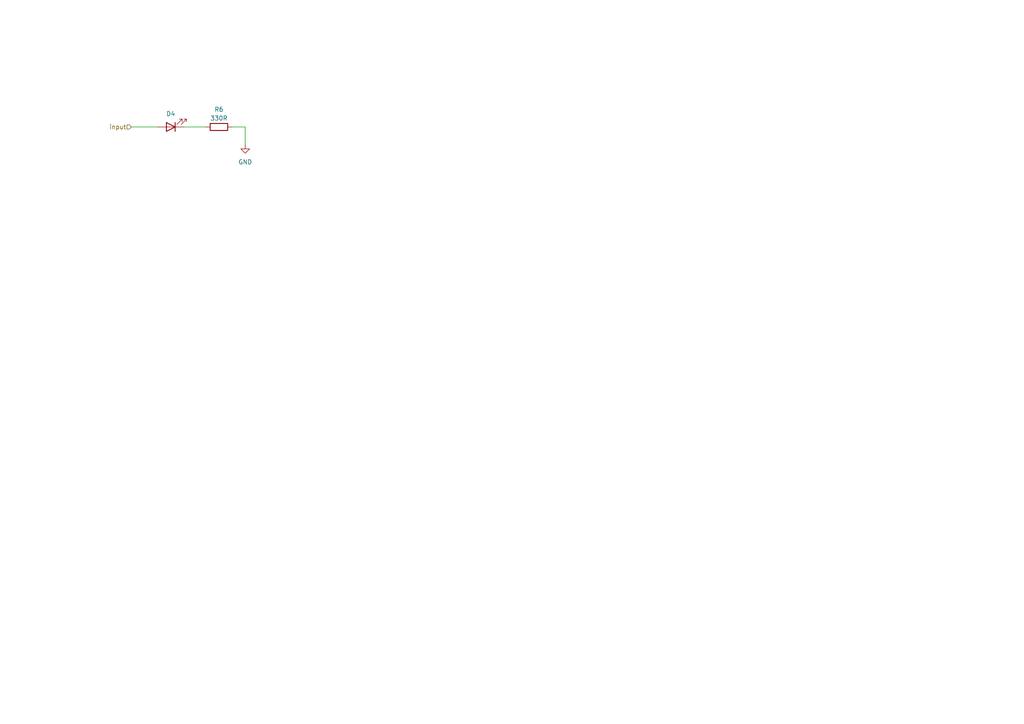
<source format=kicad_sch>
(kicad_sch (version 20211123) (generator eeschema)
  (paper "A4")
  (lib_symbols
    (symbol "Device:LED" (pin_numbers hide) (pin_names (offset 1.016) hide)
      (property "Reference" "D" (at 0 2.54 0))
      (property "Value" "LED" (at 0 -2.54 0))
      (symbol "LED_0_1"
        (polyline (pts (xy -1.27 -1.27) (xy -1.27 1.27)) (stroke (width 0.254)))
        (polyline (pts (xy -1.27 0) (xy 1.27 0)))
        (polyline (pts (xy 1.27 -1.27) (xy 1.27 1.27) (xy -1.27 0) (xy 1.27 -1.27)) (stroke (width 0.254)))
        (polyline (pts (xy -3.048 -0.762) (xy -4.572 -2.286) (xy -3.81 -2.286) (xy -4.572 -2.286) (xy -4.572 -1.524)))
        (polyline (pts (xy -1.778 -0.762) (xy -3.302 -2.286) (xy -2.54 -2.286) (xy -3.302 -2.286) (xy -3.302 -1.524)))
      )
      (symbol "LED_1_1"
        (pin passive line (at -3.81 0 0) (length 2.54) (name "K") (number "1"))
        (pin passive line (at 3.81 0 180) (length 2.54) (name "A") (number "2"))
      )
    )
    (symbol "Device:R" (pin_numbers hide) (pin_names (offset 0))
      (property "Reference" "R" (at 2.032 0 90))
      (property "Value" "R" (at 0 0 90))
      (symbol "R_0_1"
        (rectangle (start -1.016 -2.54) (end 1.016 2.54) (stroke (width 0.254)))
      )
      (symbol "R_1_1"
        (pin passive line (at 0 3.81 270) (length 1.27) (name "~") (number "1"))
        (pin passive line (at 0 -3.81 90) (length 1.27) (name "~") (number "2"))
      )
    )
    (symbol "power:GND" (power) (pin_names (offset 0))
      (property "Value" "GND" (at 0 -3.81 0))
      (symbol "GND_0_1"
        (polyline (pts (xy 0 0) (xy 0 -1.27) (xy 1.27 -1.27) (xy 0 -2.54) (xy -1.27 -1.27) (xy 0 -1.27)))
      )
      (symbol "GND_1_1"
        (pin power_in line (at 0 0 270) (length 0) hide (name "GND") (number "1"))
      )
    )
  )
  (wire (pts (xy 71.12 36.83) (xy 71.12 41.91)))
  (wire (pts (xy 53.34 36.83) (xy 59.69 36.83)))
  (wire (pts (xy 67.31 36.83) (xy 71.12 36.83)))
  (wire (pts (xy 38.1 36.83) (xy 45.72 36.83)))
  (hierarchical_label "input" (shape input) (at 38.1 36.83 180))
  (symbol (lib_id "Device:LED") (at 49.53 36.83 180)
    (property "Reference" "D4" (at 49.53 33.02 0))
    (property "Value" "LED" (effects hide))
  )
  (symbol (lib_id "power:GND") (at 71.12 41.91 0)
    (property "Reference" "#PWR?" (effects hide))
    (property "Value" "GND" (at 71.12 46.99 0))
  )
  (symbol (lib_id "Device:R") (at 63.5 36.83 90)
    (property "Reference" "R6" (at 63.5 31.75 90))
    (property "Value" "330R" (at 63.5 34.29 90))
  )
)
</source>
